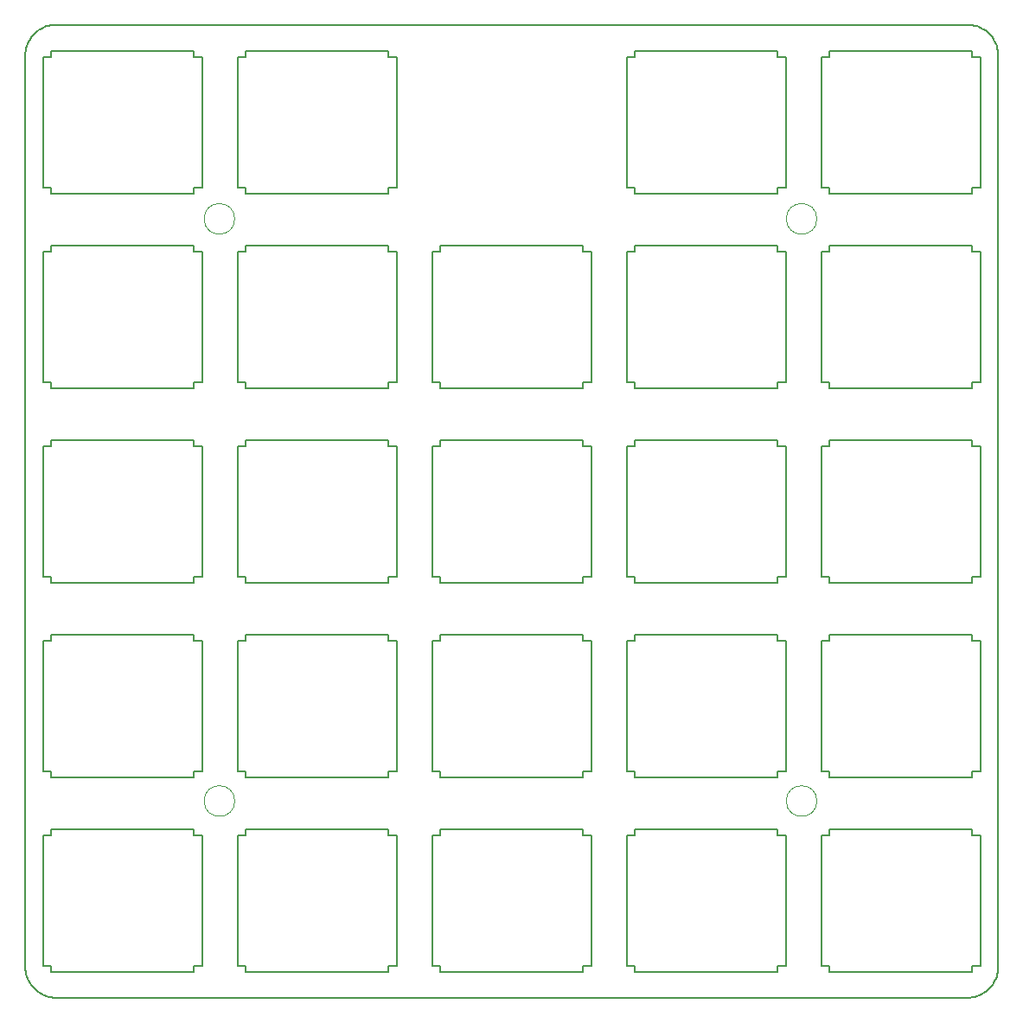
<source format=gbr>
%TF.GenerationSoftware,KiCad,Pcbnew,7.0.5*%
%TF.CreationDate,2023-08-18T22:00:11-06:00*%
%TF.ProjectId,switch_tester_macro_pad_plate,73776974-6368-45f7-9465-737465725f6d,rev?*%
%TF.SameCoordinates,Original*%
%TF.FileFunction,Profile,NP*%
%FSLAX46Y46*%
G04 Gerber Fmt 4.6, Leading zero omitted, Abs format (unit mm)*
G04 Created by KiCad (PCBNEW 7.0.5) date 2023-08-18 22:00:11*
%MOMM*%
%LPD*%
G01*
G04 APERTURE LIST*
%TA.AperFunction,Profile*%
%ADD10C,0.188976*%
%TD*%
%TA.AperFunction,Profile*%
%ADD11C,0.100000*%
%TD*%
G04 APERTURE END LIST*
D10*
X107724998Y-17526000D02*
X93724998Y-17526000D01*
X107724998Y-18126000D02*
X107724998Y-17526000D01*
X108525001Y-18126000D02*
X107724998Y-18126000D01*
X108525001Y-30926001D02*
X108525001Y-18126000D01*
X107724998Y-30926001D02*
X108525001Y-30926001D01*
X107724998Y-31525999D02*
X107724998Y-30926001D01*
X93724998Y-31525999D02*
X107724998Y-31525999D01*
X93724998Y-30926001D02*
X93724998Y-31525999D01*
X92925003Y-30926001D02*
X93724998Y-30926001D01*
X92925003Y-18126000D02*
X92925003Y-30926001D01*
X93724998Y-18126000D02*
X92925003Y-18126000D01*
X93724998Y-17526000D02*
X93724998Y-18126000D01*
X88675003Y-17526000D02*
X74675003Y-17526000D01*
X88675003Y-18126000D02*
X88675003Y-17526000D01*
X89474998Y-18126000D02*
X88675003Y-18126000D01*
X89474998Y-30926001D02*
X89474998Y-18126000D01*
X88675003Y-30926001D02*
X89474998Y-30926001D01*
X88675003Y-31525999D02*
X88675003Y-30926001D01*
X74675003Y-31525999D02*
X88675003Y-31525999D01*
X74675003Y-30926001D02*
X74675003Y-31525999D01*
X73874999Y-30926001D02*
X74675003Y-30926001D01*
X73874999Y-18126000D02*
X73874999Y-30926001D01*
X74675003Y-18126000D02*
X73874999Y-18126000D01*
X74675003Y-17526000D02*
X74675003Y-18126000D01*
X50575000Y-17526000D02*
X36575000Y-17526000D01*
X50575000Y-18126000D02*
X50575000Y-17526000D01*
X51374999Y-18126000D02*
X50575000Y-18126000D01*
X51374999Y-30926001D02*
X51374999Y-18126000D01*
X50575000Y-30926001D02*
X51374999Y-30926001D01*
X50575000Y-31525999D02*
X50575000Y-30926001D01*
X36575000Y-31525999D02*
X50575000Y-31525999D01*
X36575000Y-30926001D02*
X36575000Y-31525999D01*
X35774999Y-30926001D02*
X36575000Y-30926001D01*
X35774999Y-18126000D02*
X35774999Y-30926001D01*
X36575000Y-18126000D02*
X35774999Y-18126000D01*
X36575000Y-17526000D02*
X36575000Y-18126000D01*
X31524999Y-17526000D02*
X17525000Y-17526000D01*
X31524999Y-18126000D02*
X31524999Y-17526000D01*
X32325000Y-18126000D02*
X31524999Y-18126000D01*
X32325000Y-30926001D02*
X32325000Y-18126000D01*
X31524999Y-30926001D02*
X32325000Y-30926001D01*
X31524999Y-31525999D02*
X31524999Y-30926001D01*
X17525000Y-31525999D02*
X31524999Y-31525999D01*
X17525000Y-30926001D02*
X17525000Y-31525999D01*
X16725000Y-30926001D02*
X17525000Y-30926001D01*
X16725000Y-18126000D02*
X16725000Y-30926001D01*
X17525000Y-18126000D02*
X16725000Y-18126000D01*
X17525000Y-17526000D02*
X17525000Y-18126000D01*
X107724998Y-36576000D02*
X93724998Y-36576000D01*
X107724998Y-37176001D02*
X107724998Y-36576000D01*
X108524002Y-37176001D02*
X107724998Y-37176001D01*
X108524002Y-49976002D02*
X108524002Y-37176001D01*
X107724998Y-49976002D02*
X108524002Y-49976002D01*
X107724998Y-50576000D02*
X107724998Y-49976002D01*
X93724998Y-50576000D02*
X107724998Y-50576000D01*
X93724998Y-49976002D02*
X93724998Y-50576000D01*
X92925003Y-49976002D02*
X93724998Y-49976002D01*
X92925003Y-37176001D02*
X92925003Y-49976002D01*
X93724998Y-37176001D02*
X92925003Y-37176001D01*
X93724998Y-36576000D02*
X93724998Y-37176001D01*
X88675003Y-36576000D02*
X74675003Y-36576000D01*
X88675003Y-37176001D02*
X88675003Y-36576000D01*
X89474998Y-37176001D02*
X88675003Y-37176001D01*
X89474998Y-49976002D02*
X89474998Y-37176001D01*
X88675003Y-49976002D02*
X89474998Y-49976002D01*
X88675003Y-50576000D02*
X88675003Y-49976002D01*
X74675003Y-50576000D02*
X88675003Y-50576000D01*
X74675003Y-49976002D02*
X74675003Y-50576000D01*
X73874999Y-49976002D02*
X74675003Y-49976002D01*
X73874999Y-37176001D02*
X73874999Y-49976002D01*
X74675003Y-37176001D02*
X73874999Y-37176001D01*
X74675003Y-36576000D02*
X74675003Y-37176001D01*
X69624999Y-36576000D02*
X55624999Y-36576000D01*
X69624999Y-37176001D02*
X69624999Y-36576000D01*
X70424999Y-37176001D02*
X69624999Y-37176001D01*
X70424999Y-49976002D02*
X70424999Y-37176001D01*
X69624999Y-49976002D02*
X70424999Y-49976002D01*
X69624999Y-50576000D02*
X69624999Y-49976002D01*
X55624999Y-50576000D02*
X69624999Y-50576000D01*
X55624999Y-49976002D02*
X55624999Y-50576000D01*
X54825000Y-49976002D02*
X55624999Y-49976002D01*
X54825000Y-37176001D02*
X54825000Y-49976002D01*
X55624999Y-37176001D02*
X54825000Y-37176001D01*
X55624999Y-36576000D02*
X55624999Y-37176001D01*
X50575000Y-36576000D02*
X36575000Y-36576000D01*
X50575000Y-37176001D02*
X50575000Y-36576000D01*
X51374999Y-37176001D02*
X50575000Y-37176001D01*
X51374999Y-49976002D02*
X51374999Y-37176001D01*
X50575000Y-49976002D02*
X51374999Y-49976002D01*
X50575000Y-50576000D02*
X50575000Y-49976002D01*
X36575000Y-50576000D02*
X50575000Y-50576000D01*
X36575000Y-49976002D02*
X36575000Y-50576000D01*
X35774999Y-49976002D02*
X36575000Y-49976002D01*
X35774999Y-37176001D02*
X35774999Y-49976002D01*
X36575000Y-37176001D02*
X35774999Y-37176001D01*
X36575000Y-36576000D02*
X36575000Y-37176001D01*
X31524999Y-36576000D02*
X17525000Y-36576000D01*
X31524999Y-37176001D02*
X31524999Y-36576000D01*
X32325000Y-37176001D02*
X31524999Y-37176001D01*
X32325000Y-49976002D02*
X32325000Y-37176001D01*
X31524999Y-49976002D02*
X32325000Y-49976002D01*
X31524999Y-50576000D02*
X31524999Y-49976002D01*
X17525000Y-50576000D02*
X31524999Y-50576000D01*
X17525000Y-49976002D02*
X17525000Y-50576000D01*
X16725000Y-49976002D02*
X17525000Y-49976002D01*
X16725000Y-37176001D02*
X16725000Y-49976002D01*
X17525000Y-37176001D02*
X16725000Y-37176001D01*
X17525000Y-36576000D02*
X17525000Y-37176001D01*
X107724998Y-55625999D02*
X93724998Y-55625999D01*
X107724998Y-56226002D02*
X107724998Y-55625999D01*
X108524002Y-56226002D02*
X107724998Y-56226002D01*
X108524002Y-69026001D02*
X108524002Y-56226002D01*
X107724998Y-69026001D02*
X108524002Y-69026001D01*
X107724998Y-69625999D02*
X107724998Y-69026001D01*
X93724998Y-69625999D02*
X107724998Y-69625999D01*
X93724998Y-69026001D02*
X93724998Y-69625999D01*
X92925003Y-69026001D02*
X93724998Y-69026001D01*
X92925003Y-56226002D02*
X92925003Y-69026001D01*
X93724998Y-56226002D02*
X92925003Y-56226002D01*
X93724998Y-55625999D02*
X93724998Y-56226002D01*
X88675003Y-55625999D02*
X74675003Y-55625999D01*
X88675003Y-56226002D02*
X88675003Y-55625999D01*
X89474998Y-56226002D02*
X88675003Y-56226002D01*
X89474998Y-69026001D02*
X89474998Y-56226002D01*
X88675003Y-69026001D02*
X89474998Y-69026001D01*
X88675003Y-69625999D02*
X88675003Y-69026001D01*
X74675003Y-69625999D02*
X88675003Y-69625999D01*
X74675003Y-69026001D02*
X74675003Y-69625999D01*
X73874999Y-69026001D02*
X74675003Y-69026001D01*
X73874999Y-56226002D02*
X73874999Y-69026001D01*
X74675003Y-56226002D02*
X73874999Y-56226002D01*
X74675003Y-55625999D02*
X74675003Y-56226002D01*
X69624999Y-55625999D02*
X55624999Y-55625999D01*
X69624999Y-56226002D02*
X69624999Y-55625999D01*
X70424999Y-56226002D02*
X69624999Y-56226002D01*
X70424999Y-69026001D02*
X70424999Y-56226002D01*
X69624999Y-69026001D02*
X70424999Y-69026001D01*
X69624999Y-69625999D02*
X69624999Y-69026001D01*
X55624999Y-69625999D02*
X69624999Y-69625999D01*
X55624999Y-69026001D02*
X55624999Y-69625999D01*
X54825000Y-69026001D02*
X55624999Y-69026001D01*
X54825000Y-56226002D02*
X54825000Y-69026001D01*
X55624999Y-56226002D02*
X54825000Y-56226002D01*
X55624999Y-55625999D02*
X55624999Y-56226002D01*
X50575000Y-55625999D02*
X36575000Y-55625999D01*
X50575000Y-56226002D02*
X50575000Y-55625999D01*
X51374999Y-56226002D02*
X50575000Y-56226002D01*
X51374999Y-69026001D02*
X51374999Y-56226002D01*
X50575000Y-69026001D02*
X51374999Y-69026001D01*
X50575000Y-69625999D02*
X50575000Y-69026001D01*
X36575000Y-69625999D02*
X50575000Y-69625999D01*
X36575000Y-69026001D02*
X36575000Y-69625999D01*
X35774999Y-69026001D02*
X36575000Y-69026001D01*
X35774999Y-56226002D02*
X35774999Y-69026001D01*
X36575000Y-56226002D02*
X35774999Y-56226002D01*
X36575000Y-55625999D02*
X36575000Y-56226002D01*
X31524999Y-55625999D02*
X17525000Y-55625999D01*
X31524999Y-56226002D02*
X31524999Y-55625999D01*
X32325000Y-56226002D02*
X31524999Y-56226002D01*
X32325000Y-69026001D02*
X32325000Y-56226002D01*
X31524999Y-69026001D02*
X32325000Y-69026001D01*
X31524999Y-69625999D02*
X31524999Y-69026001D01*
X17525000Y-69625999D02*
X31524999Y-69625999D01*
X17525000Y-69026001D02*
X17525000Y-69625999D01*
X16725000Y-69026001D02*
X17525000Y-69026001D01*
X16725000Y-56226002D02*
X16725000Y-69026001D01*
X17525000Y-56226002D02*
X16725000Y-56226002D01*
X17525000Y-55625999D02*
X17525000Y-56226002D01*
X107724998Y-74676003D02*
X93724998Y-74676003D01*
X107724998Y-75275002D02*
X107724998Y-74676003D01*
X108524002Y-75275002D02*
X107724998Y-75275002D01*
X108524002Y-88075996D02*
X108524002Y-75275002D01*
X107724998Y-88075996D02*
X108524002Y-88075996D01*
X107724998Y-88676003D02*
X107724998Y-88075996D01*
X93724998Y-88676003D02*
X107724998Y-88676003D01*
X93724998Y-88075996D02*
X93724998Y-88676003D01*
X92925003Y-88075996D02*
X93724998Y-88075996D01*
X92925003Y-75275002D02*
X92925003Y-88075996D01*
X93724998Y-75275002D02*
X92925003Y-75275002D01*
X93724998Y-74676003D02*
X93724998Y-75275002D01*
X88675003Y-74676003D02*
X74675003Y-74676003D01*
X88675003Y-75275002D02*
X88675003Y-74676003D01*
X89474998Y-75275002D02*
X88675003Y-75275002D01*
X89474998Y-88075996D02*
X89474998Y-75275002D01*
X88675003Y-88075996D02*
X89474998Y-88075996D01*
X88675003Y-88676003D02*
X88675003Y-88075996D01*
X74675003Y-88676003D02*
X88675003Y-88676003D01*
X74675003Y-88075996D02*
X74675003Y-88676003D01*
X73874999Y-88075996D02*
X74675003Y-88075996D01*
X73874999Y-75275002D02*
X73874999Y-88075996D01*
X74675003Y-75275002D02*
X73874999Y-75275002D01*
X74675003Y-74676003D02*
X74675003Y-75275002D01*
X69624999Y-74676003D02*
X55624999Y-74676003D01*
X69624999Y-75275002D02*
X69624999Y-74676003D01*
X70424999Y-75275002D02*
X69624999Y-75275002D01*
X70424999Y-88075996D02*
X70424999Y-75275002D01*
X69624999Y-88075996D02*
X70424999Y-88075996D01*
X69624999Y-88676003D02*
X69624999Y-88075996D01*
X55624999Y-88676003D02*
X69624999Y-88676003D01*
X55624999Y-88075996D02*
X55624999Y-88676003D01*
X54825000Y-88075996D02*
X55624999Y-88075996D01*
X54825000Y-75275002D02*
X54825000Y-88075996D01*
X55624999Y-75275002D02*
X54825000Y-75275002D01*
X55624999Y-74676003D02*
X55624999Y-75275002D01*
X50575000Y-74676003D02*
X36575000Y-74676003D01*
X50575000Y-75275002D02*
X50575000Y-74676003D01*
X51374999Y-75275002D02*
X50575000Y-75275002D01*
X51374999Y-88075996D02*
X51374999Y-75275002D01*
X50575000Y-88075996D02*
X51374999Y-88075996D01*
X50575000Y-88676003D02*
X50575000Y-88075996D01*
X36575000Y-88676003D02*
X50575000Y-88676003D01*
X36575000Y-88075996D02*
X36575000Y-88676003D01*
X35774999Y-88075996D02*
X36575000Y-88075996D01*
X35774999Y-75275002D02*
X35774999Y-88075996D01*
X36575000Y-75275002D02*
X35774999Y-75275002D01*
X36575000Y-74676003D02*
X36575000Y-75275002D01*
X31524999Y-74676003D02*
X17525000Y-74676003D01*
X31524999Y-75275002D02*
X31524999Y-74676003D01*
X32325000Y-75275002D02*
X31524999Y-75275002D01*
X32325000Y-88075996D02*
X32325000Y-75275002D01*
X31524999Y-88075996D02*
X32325000Y-88075996D01*
X31524999Y-88676003D02*
X31524999Y-88075996D01*
X17525000Y-88676003D02*
X31524999Y-88676003D01*
X17525000Y-88075996D02*
X17525000Y-88676003D01*
X16725000Y-88075996D02*
X17525000Y-88075996D01*
X16725000Y-75275002D02*
X16725000Y-88075996D01*
X17525000Y-75275002D02*
X16725000Y-75275002D01*
X17525000Y-74676003D02*
X17525000Y-75275002D01*
X107724998Y-93725998D02*
X93724998Y-93725998D01*
X107724998Y-94324997D02*
X107724998Y-93725998D01*
X108524002Y-94324997D02*
X107724998Y-94324997D01*
X108524002Y-107125999D02*
X108524002Y-94324997D01*
X107724998Y-107125999D02*
X108524002Y-107125999D01*
X107724998Y-107725998D02*
X107724998Y-107125999D01*
X93724998Y-107725998D02*
X107724998Y-107725998D01*
X93724998Y-107125999D02*
X93724998Y-107725998D01*
X92925003Y-107125999D02*
X93724998Y-107125999D01*
X92925003Y-94324997D02*
X92925003Y-107125999D01*
X93724998Y-94324997D02*
X92925003Y-94324997D01*
X93724998Y-93725998D02*
X93724998Y-94324997D01*
X88675003Y-93725998D02*
X74675003Y-93725998D01*
X88675003Y-94324997D02*
X88675003Y-93725998D01*
X89474998Y-94324997D02*
X88675003Y-94324997D01*
X89474998Y-107125999D02*
X89474998Y-94324997D01*
X88675003Y-107125999D02*
X89474998Y-107125999D01*
X88675003Y-107725998D02*
X88675003Y-107125999D01*
X74675003Y-107725998D02*
X88675003Y-107725998D01*
X74675003Y-107125999D02*
X74675003Y-107725998D01*
X73874999Y-107125999D02*
X74675003Y-107125999D01*
X73874999Y-94324997D02*
X73874999Y-107125999D01*
X74675003Y-94324997D02*
X73874999Y-94324997D01*
X74675003Y-93725998D02*
X74675003Y-94324997D01*
X69624999Y-93725998D02*
X55624999Y-93725998D01*
X69624999Y-94324997D02*
X69624999Y-93725998D01*
X70424999Y-94324997D02*
X69624999Y-94324997D01*
X70424999Y-107125999D02*
X70424999Y-94324997D01*
X69624999Y-107125999D02*
X70424999Y-107125999D01*
X69624999Y-107725998D02*
X69624999Y-107125999D01*
X55624999Y-107725998D02*
X69624999Y-107725998D01*
X55624999Y-107125999D02*
X55624999Y-107725998D01*
X54825000Y-107125999D02*
X55624999Y-107125999D01*
X54825000Y-94324997D02*
X54825000Y-107125999D01*
X55624999Y-94324997D02*
X54825000Y-94324997D01*
X55624999Y-93725998D02*
X55624999Y-94324997D01*
X50575000Y-93725998D02*
X36575000Y-93725998D01*
X50575000Y-94324997D02*
X50575000Y-93725998D01*
X51374999Y-94324997D02*
X50575000Y-94324997D01*
X51374999Y-107125999D02*
X51374999Y-94324997D01*
X50575000Y-107125999D02*
X51374999Y-107125999D01*
X50575000Y-107725998D02*
X50575000Y-107125999D01*
X36575000Y-107725998D02*
X50575000Y-107725998D01*
X36575000Y-107125999D02*
X36575000Y-107725998D01*
X35774999Y-107125999D02*
X36575000Y-107125999D01*
X35774999Y-94324997D02*
X35774999Y-107125999D01*
X36575000Y-94324997D02*
X35774999Y-94324997D01*
X36575000Y-93725998D02*
X36575000Y-94324997D01*
X31524999Y-93725998D02*
X17525000Y-93725998D01*
X31524999Y-94324997D02*
X31524999Y-93725998D01*
X32325000Y-94324997D02*
X31524999Y-94324997D01*
X32325000Y-107125999D02*
X32325000Y-94324997D01*
X31524999Y-107125999D02*
X32325000Y-107125999D01*
X31524999Y-107725998D02*
X31524999Y-107125999D01*
X17525000Y-107725998D02*
X31524999Y-107725998D01*
X17525000Y-107125999D02*
X17525000Y-107725998D01*
X16725000Y-107125999D02*
X17525000Y-107125999D01*
X16725000Y-94324997D02*
X16725000Y-107125999D01*
X17525000Y-94324997D02*
X16725000Y-94324997D01*
X17525000Y-93725998D02*
X17525000Y-94324997D01*
X18000000Y-15000000D02*
X107250999Y-15001000D01*
X17764000Y-15010000D02*
X18000000Y-15000000D01*
X17530000Y-15037000D02*
X17764000Y-15010000D01*
X17299000Y-15083000D02*
X17530000Y-15037000D01*
X17072000Y-15147000D02*
X17299000Y-15083000D01*
X16851000Y-15229000D02*
X17072000Y-15147000D01*
X16638000Y-15327000D02*
X16851000Y-15229000D01*
X16432000Y-15443000D02*
X16638000Y-15327000D01*
X16236000Y-15573000D02*
X16432000Y-15443000D01*
X16051000Y-15719000D02*
X16236000Y-15573000D01*
X15878000Y-15879000D02*
X16051000Y-15719000D01*
X15718000Y-16052000D02*
X15878000Y-15879000D01*
X15572000Y-16237000D02*
X15718000Y-16052000D01*
X15442000Y-16433000D02*
X15572000Y-16237000D01*
X15326000Y-16639000D02*
X15442000Y-16433000D01*
X15228000Y-16852000D02*
X15326000Y-16639000D01*
X15146000Y-17073000D02*
X15228000Y-16852000D01*
X15082000Y-17300000D02*
X15146000Y-17073000D01*
X15036000Y-17531000D02*
X15082000Y-17300000D01*
X15009000Y-17765000D02*
X15036000Y-17531000D01*
X15000000Y-18001000D02*
X15009000Y-17765000D01*
X14999000Y-107250999D02*
X15000000Y-18001000D01*
X15009000Y-107487000D02*
X14999000Y-107250999D01*
X15036000Y-107721001D02*
X15009000Y-107487000D01*
X15082000Y-107952003D02*
X15036000Y-107721001D01*
X15146000Y-108179001D02*
X15082000Y-107952003D01*
X15228000Y-108400002D02*
X15146000Y-108179001D01*
X15326000Y-108612999D02*
X15228000Y-108400002D01*
X15442000Y-108819000D02*
X15326000Y-108612999D01*
X15572000Y-109014999D02*
X15442000Y-108819000D01*
X15718000Y-109199997D02*
X15572000Y-109014999D01*
X15878000Y-109373001D02*
X15718000Y-109199997D01*
X16051000Y-109532997D02*
X15878000Y-109373001D01*
X16236000Y-109679001D02*
X16051000Y-109532997D01*
X16432000Y-109808998D02*
X16236000Y-109679001D01*
X16638000Y-109925003D02*
X16432000Y-109808998D01*
X16851000Y-110023003D02*
X16638000Y-109925003D01*
X17072000Y-110105003D02*
X16851000Y-110023003D01*
X17299000Y-110168999D02*
X17072000Y-110105003D01*
X17530000Y-110214996D02*
X17299000Y-110168999D01*
X17764000Y-110241997D02*
X17530000Y-110214996D01*
X18000000Y-110250999D02*
X17764000Y-110241997D01*
X107249999Y-110251999D02*
X18000000Y-110250999D01*
X107486000Y-110241997D02*
X107249999Y-110251999D01*
X107720001Y-110214996D02*
X107486000Y-110241997D01*
X107951003Y-110168999D02*
X107720001Y-110214996D01*
X108178001Y-110105003D02*
X107951003Y-110168999D01*
X108399002Y-110023003D02*
X108178001Y-110105003D01*
X108611999Y-109925003D02*
X108399002Y-110023003D01*
X108818000Y-109808998D02*
X108611999Y-109925003D01*
X109013999Y-109679001D02*
X108818000Y-109808998D01*
X109198997Y-109532997D02*
X109013999Y-109679001D01*
X109372001Y-109373001D02*
X109198997Y-109532997D01*
X109531997Y-109199997D02*
X109372001Y-109373001D01*
X109678001Y-109014999D02*
X109531997Y-109199997D01*
X109807998Y-108819000D02*
X109678001Y-109014999D01*
X109924003Y-108612999D02*
X109807998Y-108819000D01*
X110022003Y-108400002D02*
X109924003Y-108612999D01*
X110104003Y-108179001D02*
X110022003Y-108400002D01*
X110167999Y-107952003D02*
X110104003Y-108179001D01*
X110213996Y-107721001D02*
X110167999Y-107952003D01*
X110240997Y-107487000D02*
X110213996Y-107721001D01*
X110250999Y-107250999D02*
X110240997Y-107487000D01*
X110250999Y-18001000D02*
X110250999Y-107250999D01*
X110240997Y-17765000D02*
X110250999Y-18001000D01*
X110213996Y-17531000D02*
X110240997Y-17765000D01*
X110167999Y-17300000D02*
X110213996Y-17531000D01*
X110104003Y-17073000D02*
X110167999Y-17300000D01*
X110022003Y-16852000D02*
X110104003Y-17073000D01*
X109924003Y-16639000D02*
X110022003Y-16852000D01*
X109807998Y-16433000D02*
X109924003Y-16639000D01*
X109678001Y-16237000D02*
X109807998Y-16433000D01*
X109531997Y-16052000D02*
X109678001Y-16237000D01*
X109372001Y-15879000D02*
X109531997Y-16052000D01*
X109198997Y-15719000D02*
X109372001Y-15879000D01*
X109013999Y-15573000D02*
X109198997Y-15719000D01*
X108818000Y-15443000D02*
X109013999Y-15573000D01*
X108611999Y-15327000D02*
X108818000Y-15443000D01*
X108399002Y-15229000D02*
X108611999Y-15327000D01*
X108178001Y-15147000D02*
X108399002Y-15229000D01*
X107951003Y-15083000D02*
X108178001Y-15147000D01*
X107720001Y-15037000D02*
X107951003Y-15083000D01*
X107486000Y-15010000D02*
X107720001Y-15037000D01*
X107250999Y-15001000D02*
X107486000Y-15010000D01*
D11*
X35500000Y-91000000D02*
G75*
G03*
X35500000Y-91000000I-1500000J0D01*
G01*
X92500000Y-34000000D02*
G75*
G03*
X92500000Y-34000000I-1500000J0D01*
G01*
X35500000Y-34000000D02*
G75*
G03*
X35500000Y-34000000I-1500000J0D01*
G01*
X92500000Y-91000000D02*
G75*
G03*
X92500000Y-91000000I-1500000J0D01*
G01*
M02*

</source>
